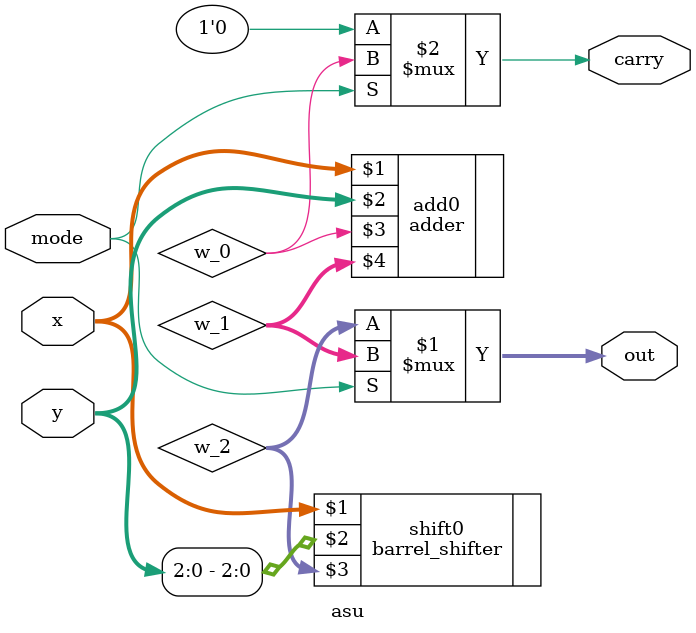
<source format=v>

module asu (x, y, mode, carry, out);
  input  [7:0] x, y;
  input        mode;
  output       carry;
  output [7:0] out;
  wire [7:0] w_1, w_2;
  
  adder          add0 (x, y, w_0, w_1);
  barrel_shifter shift0 (x, y[2:0], w_2);

  assign out   = mode ? w_1 : w_2;
  assign carry = mode ? w_0 : 1'b0;
endmodule

</source>
